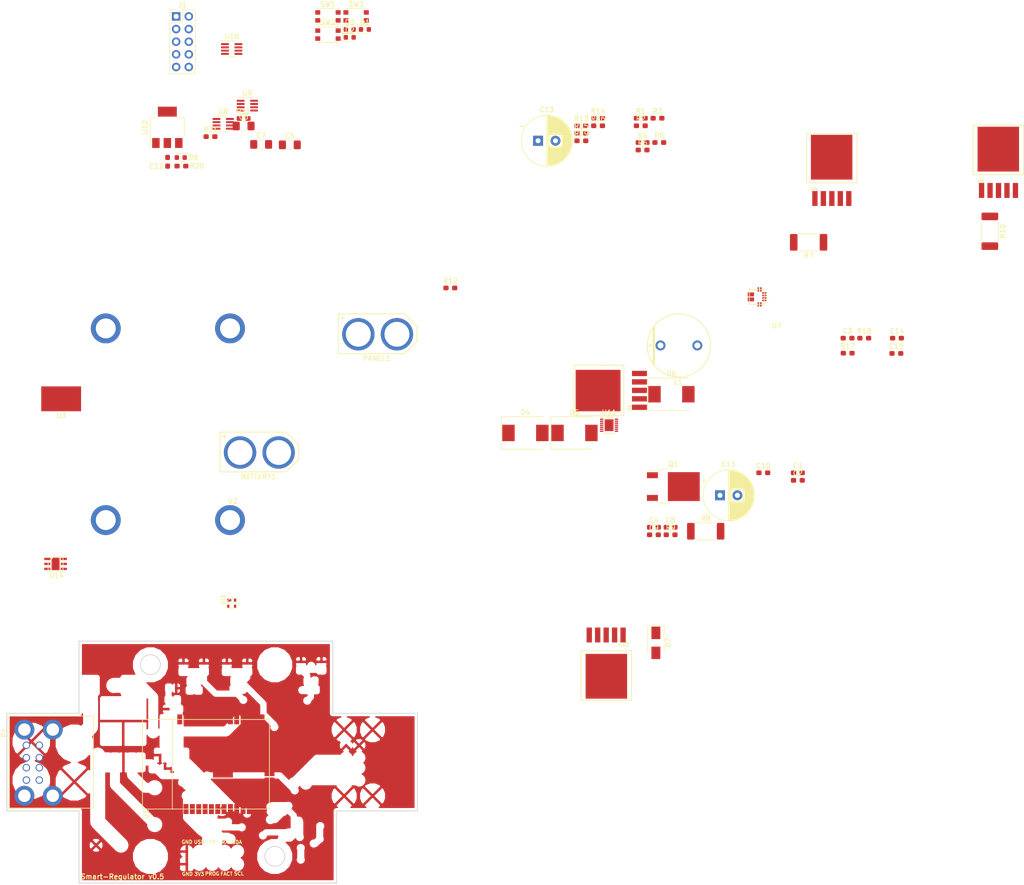
<source format=kicad_pcb>
(kicad_pcb (version 20171130) (host pcbnew 5.0.0-rc3-unknown-3df2743~65~ubuntu17.10.1)
  (layers (0 F.Cu signal) (31 B.Cu signal) (34 B.Paste user) (35 F.Paste user) (36 B.SilkS user) (37 F.SilkS user) (38 B.Mask user) (39 F.Mask user) (44 Edge.Cuts user))
  (net 0 "")
  (net 1 GND)
  (net 2 "Net-(D1-Pad1)")
  (net 3 "Net-(D2-Pad1)")
  (net 4 3V3)
  (net 5 "Net-(U1-Pad36)")
  (net 6 "Net-(U1-Pad23)")
  (net 7 "Net-(U1-Pad19)")
  (net 8 "Net-(U1-Pad20)")
  (net 9 "Net-(U1-Pad22)")
  (net 10 "Net-(U1-Pad21)")
  (net 11 "Net-(U1-Pad17)")
  (net 12 "Net-(U1-Pad18)")
  (net 13 "Net-(U1-Pad16)")
  (net 14 "Net-(U1-Pad37)")
  (net 15 "Net-(U1-Pad33)")
  (net 16 "Net-(U1-Pad26)")
  (net 17 "Net-(U1-Pad29)")
  (net 18 "Net-(U1-Pad10)")
  (net 19 "Net-(U1-Pad11)")
  (net 20 "Net-(U1-Pad12)")
  (net 21 "Net-(U1-Pad14)")
  (net 22 "Net-(U1-Pad6)")
  (net 23 "Net-(U1-Pad7)")
  (net 24 "Net-(U1-Pad9)")
  (net 25 "Net-(U1-Pad8)")
  (net 26 "Net-(U1-Pad4)")
  (net 27 "Net-(U1-Pad5)")
  (net 28 "Net-(D3-Pad1)")
  (net 29 /switches/BATTERY)
  (net 30 +3V3)
  (net 31 /Power/REG_POWER)
  (net 32 /Power/REG3_POST_CURR)
  (net 33 "Net-(C8-Pad2)")
  (net 34 "Net-(C9-Pad2)")
  (net 35 "Net-(C10-Pad2)")
  (net 36 /V_MAIN)
  (net 37 /Power/REG2_POST_CURR)
  (net 38 /Power/REG1_POST_CURR)
  (net 39 /V_USB)
  (net 40 /PROG)
  (net 41 /TXD)
  (net 42 /FACTORY)
  (net 43 /RXD)
  (net 44 /SCL)
  (net 45 /SDA)
  (net 46 "Net-(D7-Pad1)")
  (net 47 /switches/V_PANEL)
  (net 48 /PANEL_SW)
  (net 49 /I02)
  (net 50 /Power/REG2_PRE)
  (net 51 /Power/REG3_PRE)
  (net 52 "Net-(R9-Pad2)")
  (net 53 /Power/REG1_PRE)
  (net 54 /Power/OUT2)
  (net 55 /EN)
  (net 56 /POWER_EN)
  (net 57 "Net-(U4-Pad5)")
  (net 58 "Net-(U5-Pad5)")
  (net 59 /Power/OUT3)
  (net 60 "Net-(U6-Pad5)")
  (net 61 /Power/OUT1)
  (net 62 /Power/PANEL)
  (net 63 "Net-(U11-Pad13)")
  (net 64 "Net-(R17-Pad1)")
  (net 65 "Net-(U11-Pad5)")
  (net 66 "Net-(U11-Pad4)")
  (net 67 "Net-(R18-Pad1)")
  (net 68 "Net-(U11-Pad8)")
  (net 69 "Net-(D8-Pad1)")
  (net 70 /V_PANEL)
  (module open-automation:XT60 (layer F.Cu) (at 143.915 39.71)
    (fp_text reference BATTERY1 (at -0.17 4.84) (layer F.SilkS))
    (fp_text value CONN_01X02)
    (fp_text user + (at -7.04 -3.35) (layer F.SilkS))
    (pad 1 thru_hole circle (at -3.87 0) (size 6.5 6.5) (drill 5) (layers *.Cu *.Mask) (net 29 /switches/BATTERY))
    (pad 2 thru_hole circle (at 3.88 0) (size 6.5 6.5) (drill 5) (layers *.Cu *.Mask) (net 1 GND))
  )
  (module Diode_SMD:D_SMC (layer F.Cu) (at 197.335001 35.780001)
    (fp_text reference D4 (at 0 -4.1) (layer F.SilkS))
    (fp_text value D)
    (pad 1 smd rect (at -3.4 0 90) (size 3.3 2.5) (layers F.Cu F.Paste F.Mask) (net 36 /V_MAIN))
    (pad 2 smd rect (at 3.4 0 90) (size 3.3 2.5) (layers F.Cu F.Paste F.Mask) (net 37 /Power/REG2_POST_CURR))
  )
  (module Diode_SMD:D_SMC (layer F.Cu) (at 207.185001 35.780001)
    (fp_text reference D5 (at 0 -4.1) (layer F.SilkS))
    (fp_text value D)
    (pad 1 smd rect (at -3.4 0 90) (size 3.3 2.5) (layers F.Cu F.Paste F.Mask) (net 36 /V_MAIN))
    (pad 2 smd rect (at 3.4 0 90) (size 3.3 2.5) (layers F.Cu F.Paste F.Mask) (net 32 /Power/REG3_POST_CURR))
  )
  (module Diode_SMD:D_SMC (layer F.Cu) (at 226.655001 28.010001)
    (fp_text reference D6 (at 0 -4.1) (layer F.SilkS))
    (fp_text value D)
    (pad 2 smd rect (at 3.4 0 90) (size 3.3 2.5) (layers F.Cu F.Paste F.Mask) (net 38 /Power/REG1_POST_CURR))
    (pad 1 smd rect (at -3.4 0 90) (size 3.3 2.5) (layers F.Cu F.Paste F.Mask) (net 36 /V_MAIN))
  )
  (module open-automation:L-RAD-7.4mm (layer F.Cu) (at 228.155001 18.210001)
    (fp_text reference L1 (at -0.13 7.33) (layer F.SilkS))
    (fp_text value 47uH)
    (fp_text user + (at -5.77 -0.07) (layer F.SilkS))
    (pad 2 thru_hole circle (at 3.7 0) (size 2 2) (drill 1.2) (layers *.Cu *.Mask) (net 39 /V_USB))
    (pad 1 thru_hole circle (at -3.7 0) (size 2 2) (drill 1.2) (layers *.Cu *.Mask) (net 46 "Net-(D7-Pad1)"))
  )
  (module open-automation:USB_A_2 (layer F.Cu) (at 105.6 106.17 90)
    (fp_text reference P1 (at 10.15 -12.9 90) (layer F.SilkS))
    (fp_text value USB_A_2)
    (pad 7 thru_hole circle (at 10.8 -8.85 90) (size 4 4) (drill 2.5) (layers *.Cu *.Mask) (net 1 GND))
    (pad 7 thru_hole circle (at 10.8 -3.15 90) (size 4 4) (drill 2.5) (layers *.Cu *.Mask) (net 1 GND))
    (pad 7 thru_hole circle (at -2.5 -8.85 90) (size 4 4) (drill 2.5) (layers *.Cu *.Mask) (net 1 GND))
    (pad 7 thru_hole circle (at -2.5 -3.15 90) (size 4 4) (drill 2.5) (layers *.Cu *.Mask) (net 1 GND))
    (pad 2 thru_hole circle (at 0.65 -5.85 90) (size 1.5 1.5) (drill 1.1) (layers *.Cu *.Mask) (net 39 /V_USB))
    (pad 6 thru_hole circle (at 3.15 -5.85 90) (size 1.5 1.5) (drill 1.1) (layers *.Cu *.Mask) (net 43 /RXD))
    (pad 1 thru_hole circle (at 7.65 -5.85 90) (size 1.5 1.5) (drill 1.1) (layers *.Cu *.Mask) (net 1 GND))
    (pad 5 thru_hole circle (at 5.15 -5.85 90) (size 1.5 1.5) (drill 1.1) (layers *.Cu *.Mask) (net 41 /TXD))
    (pad 1 thru_hole circle (at 7.65 -8.45 90) (size 1.5 1.5) (drill 1.1) (layers *.Cu *.Mask) (net 1 GND))
    (pad 3 thru_hole circle (at 5.15 -8.45 90) (size 1.5 1.5) (drill 1.1) (layers *.Cu *.Mask) (net 41 /TXD))
    (pad 4 thru_hole circle (at 3.15 -8.45 90) (size 1.5 1.5) (drill 1.1) (layers *.Cu *.Mask) (net 43 /RXD))
    (pad 2 thru_hole circle (at 0.65 -8.45 90) (size 1.5 1.5) (drill 1.1) (layers *.Cu *.Mask) (net 39 /V_USB))
  )
  (module open-automation:XT60 (layer F.Cu) (at 167.665001 15.960001)
    (fp_text reference PANEL1 (at -0.17 4.84) (layer F.SilkS))
    (fp_text value CONN_01X02)
    (fp_text user + (at -7.04 -3.35) (layer F.SilkS))
    (pad 2 thru_hole circle (at 3.88 0) (size 6.5 6.5) (drill 5) (layers *.Cu *.Mask) (net 1 GND))
    (pad 1 thru_hole circle (at -3.87 0) (size 6.5 6.5) (drill 5) (layers *.Cu *.Mask) (net 47 /switches/V_PANEL))
  )
  (module open-automation:ESP-WROOM-32 (layer F.Cu) (at 129.1932 111.33612 90)
    (fp_text reference U1 (at -1.02968 -8.03132 90) (layer F.SilkS))
    (fp_text value ESP-WROOM-32)
    (pad 3 smd rect (at 0 1.27 90) (size 2 1) (layers F.Cu F.Paste F.Mask) (net 55 /EN))
    (pad 36 smd rect (at 18.034 1.298 90) (size 2 1) (layers F.Cu F.Paste F.Mask) (net 5 "Net-(U1-Pad36)"))
    (pad 23 smd rect (at 13.462 16.764 90) (size 1 2) (layers F.Cu F.Paste F.Mask) (net 6 "Net-(U1-Pad23)"))
    (pad 24 smd rect (at 14.732 16.764 90) (size 1 2) (layers F.Cu F.Paste F.Mask) (net 49 /I02))
    (pad 19 smd rect (at 8.382 16.764 90) (size 1 2) (layers F.Cu F.Paste F.Mask) (net 7 "Net-(U1-Pad19)"))
    (pad 20 smd rect (at 9.652 16.764 90) (size 1 2) (layers F.Cu F.Paste F.Mask) (net 8 "Net-(U1-Pad20)"))
    (pad 22 smd rect (at 12.192 16.764 90) (size 1 2) (layers F.Cu F.Paste F.Mask) (net 9 "Net-(U1-Pad22)"))
    (pad 21 smd rect (at 10.922 16.764 90) (size 1 2) (layers F.Cu F.Paste F.Mask) (net 10 "Net-(U1-Pad21)"))
    (pad 17 smd rect (at 5.842 16.764 90) (size 1 2) (layers F.Cu F.Paste F.Mask) (net 11 "Net-(U1-Pad17)"))
    (pad 18 smd rect (at 7.112 16.764 90) (size 1 2) (layers F.Cu F.Paste F.Mask) (net 12 "Net-(U1-Pad18)"))
    (pad 16 smd rect (at 4.572 16.764 90) (size 1 2) (layers F.Cu F.Paste F.Mask) (net 13 "Net-(U1-Pad16)"))
    (pad 1 smd rect (at 3.302 16.764 90) (size 1 2) (layers F.Cu F.Paste F.Mask) (net 1 GND) (clearance 0.1))
    (pad 1 smd rect (at 18.018 -1.25 90) (size 2 1) (layers F.Cu F.Paste F.Mask) (net 1 GND) (clearance 0.1))
    (pad 37 smd rect (at 18.034 0.028 90) (size 2 1) (layers F.Cu F.Paste F.Mask) (net 14 "Net-(U1-Pad37)"))
    (pad 34 smd rect (at 18.034 3.838 90) (size 2 1) (layers F.Cu F.Paste F.Mask) (net 43 /RXD))
    (pad 35 smd rect (at 18.018 2.56 90) (size 2 1) (layers F.Cu F.Paste F.Mask) (net 41 /TXD))
    (pad 31 smd rect (at 18.018 7.64 90) (size 2 1) (layers F.Cu F.Paste F.Mask) (net 44 /SCL))
    (pad 30 smd rect (at 18.034 8.918 90) (size 2 1) (layers F.Cu F.Paste F.Mask) (net 45 /SDA))
    (pad 32 smd rect (at 18.034 6.378 90) (size 2 1) (layers F.Cu F.Paste F.Mask))
    (pad 33 smd rect (at 18.018 5.1 90) (size 2 1) (layers F.Cu F.Paste F.Mask) (net 15 "Net-(U1-Pad33)"))
    (pad 25 smd rect (at 18.018 15.26 90) (size 2 1) (layers F.Cu F.Paste F.Mask) (net 40 /PROG))
    (pad 27 smd rect (at 18.018 12.72 90) (size 2 1) (layers F.Cu F.Paste F.Mask) (net 48 /PANEL_SW))
    (pad 26 smd rect (at 18.034 13.998 90) (size 2 1) (layers F.Cu F.Paste F.Mask) (net 16 "Net-(U1-Pad26)"))
    (pad 28 smd rect (at 18.034 11.458 90) (size 2 1) (layers F.Cu F.Paste F.Mask) (net 56 /POWER_EN))
    (pad 29 smd rect (at 18.018 10.18 90) (size 2 1) (layers F.Cu F.Paste F.Mask) (net 17 "Net-(U1-Pad29)"))
    (pad 10 smd rect (at -0.016 10.18 90) (size 2 1) (layers F.Cu F.Paste F.Mask) (net 18 "Net-(U1-Pad10)"))
    (pad 11 smd rect (at 0 11.458 90) (size 2 1) (layers F.Cu F.Paste F.Mask) (net 19 "Net-(U1-Pad11)"))
    (pad 13 smd rect (at 0 13.998 90) (size 2 1) (layers F.Cu F.Paste F.Mask) (net 42 /FACTORY))
    (pad 12 smd rect (at -0.016 12.72 90) (size 2 1) (layers F.Cu F.Paste F.Mask) (net 20 "Net-(U1-Pad12)"))
    (pad 14 smd rect (at -0.016 15.26 90) (size 2 1) (layers F.Cu F.Paste F.Mask) (net 21 "Net-(U1-Pad14)"))
    (pad 6 smd rect (at -0.016 5.1 90) (size 2 1) (layers F.Cu F.Paste F.Mask) (net 22 "Net-(U1-Pad6)"))
    (pad 7 smd rect (at 0 6.378 90) (size 2 1) (layers F.Cu F.Paste F.Mask) (net 23 "Net-(U1-Pad7)"))
    (pad 9 smd rect (at 0 8.918 90) (size 2 1) (layers F.Cu F.Paste F.Mask) (net 24 "Net-(U1-Pad9)"))
    (pad 8 smd rect (at -0.016 7.64 90) (size 2 1) (layers F.Cu F.Paste F.Mask) (net 25 "Net-(U1-Pad8)"))
    (pad 4 smd rect (at -0.016 2.56 90) (size 2 1) (layers F.Cu F.Paste F.Mask) (net 26 "Net-(U1-Pad4)"))
    (pad 5 smd rect (at 0 3.838 90) (size 2 1) (layers F.Cu F.Paste F.Mask) (net 27 "Net-(U1-Pad5)"))
    (pad 2 smd rect (at 0 0 90) (size 2 1) (layers F.Cu F.Paste F.Mask) (net 4 3V3))
    (pad 1 smd rect (at 0 -1.27 90) (size 2 1) (layers F.Cu F.Paste F.Mask) (net 1 GND) (clearance 0.1))
    (pad 1 smd rect (at 8.32612 7.4168 90) (size 4 4) (layers F.Cu F.Paste F.Mask) (net 1 GND))
  )
  (module open-automation:enclosure-25x38 (layer F.Cu) (at 113.14 14.735)
    (fp_text reference U2 (at 25.45 34.7) (layer F.SilkS))
    (fp_text value housing-mounts)
    (pad "" np_thru_hole circle (at -0.05 0.05) (size 6 6) (drill 4) (layers *.Cu *.Mask))
    (pad "" np_thru_hole circle (at 24.9 0.05) (size 6 6) (drill 4) (layers *.Cu *.Mask))
    (pad "" np_thru_hole circle (at 24.9 38.55) (size 6 6) (drill 4) (layers *.Cu *.Mask))
    (pad "" np_thru_hole circle (at -0.05 38.55) (size 6 6) (drill 4) (layers *.Cu *.Mask))
  )
  (module open-automation:touch-pad (layer F.Cu) (at 104.13 28.93)
    (fp_text reference U3 (at -0.01 3.31) (layer F.SilkS))
    (fp_text value touchpad)
    (pad 1 smd rect (at 0 0) (size 8 5) (layers F.Cu F.Paste F.Mask))
  )
  (module open-automation:Regulator-LM2576 (layer F.Cu) (at 258.36 -17.96 270)
    (fp_text reference U4 (at 4.722 3.046) (layer F.SilkS) (effects (font (size 0.7 0.7))))
    (fp_text value LM2576)
    (pad 3 smd rect (at -1.65 -0.46 270) (size 9 8.33) (layers F.Cu F.Paste F.Mask) (net 1 GND))
    (pad 1 smd rect (at 6.65 2.9 270) (size 3 1.07) (layers F.Cu F.Paste F.Mask) (net 31 /Power/REG_POWER))
    (pad 3 smd rect (at 6.65 -0.5 270) (size 3 1.07) (layers F.Cu F.Paste F.Mask) (net 1 GND))
    (pad 2 smd rect (at 6.65 1.2 270) (size 3 1.07) (layers F.Cu F.Paste F.Mask) (net 50 /Power/REG2_PRE))
    (pad 4 smd rect (at 6.65 -2.2 270) (size 3 1.07) (layers F.Cu F.Paste F.Mask) (net 54 /Power/OUT2))
    (pad 5 smd rect (at 6.65 -3.9 270) (size 3 1.07) (layers F.Cu F.Paste F.Mask) (net 57 "Net-(U4-Pad5)"))
  )
  (module open-automation:Regulator-LM2576 (layer F.Cu) (at 213.585001 27.730001)
    (fp_text reference U5 (at 4.722 3.046 90) (layer F.SilkS) (effects (font (size 0.7 0.7))))
    (fp_text value LM2576)
    (pad 5 smd rect (at 6.65 -3.9) (size 3 1.07) (layers F.Cu F.Paste F.Mask) (net 58 "Net-(U5-Pad5)"))
    (pad 4 smd rect (at 6.65 -2.2) (size 3 1.07) (layers F.Cu F.Paste F.Mask) (net 59 /Power/OUT3))
    (pad 2 smd rect (at 6.65 1.2) (size 3 1.07) (layers F.Cu F.Paste F.Mask) (net 51 /Power/REG3_PRE))
    (pad 3 smd rect (at 6.65 -0.5) (size 3 1.07) (layers F.Cu F.Paste F.Mask) (net 1 GND))
    (pad 1 smd rect (at 6.65 2.9) (size 3 1.07) (layers F.Cu F.Paste F.Mask) (net 31 /Power/REG_POWER))
    (pad 3 smd rect (at -1.65 -0.46) (size 9 8.33) (layers F.Cu F.Paste F.Mask) (net 1 GND))
  )
  (module open-automation:Regulator-LM2576 (layer F.Cu) (at 291.82 -19.58 270)
    (fp_text reference U6 (at 4.722 3.046) (layer F.SilkS) (effects (font (size 0.7 0.7))))
    (fp_text value LM2576)
    (pad 5 smd rect (at 6.65 -3.9 270) (size 3 1.07) (layers F.Cu F.Paste F.Mask) (net 60 "Net-(U6-Pad5)"))
    (pad 4 smd rect (at 6.65 -2.2 270) (size 3 1.07) (layers F.Cu F.Paste F.Mask) (net 61 /Power/OUT1))
    (pad 2 smd rect (at 6.65 1.2 270) (size 3 1.07) (layers F.Cu F.Paste F.Mask) (net 53 /Power/REG1_PRE))
    (pad 3 smd rect (at 6.65 -0.5 270) (size 3 1.07) (layers F.Cu F.Paste F.Mask) (net 1 GND))
    (pad 1 smd rect (at 6.65 2.9 270) (size 3 1.07) (layers F.Cu F.Paste F.Mask) (net 31 /Power/REG_POWER))
    (pad 3 smd rect (at -1.65 -0.46 270) (size 9 8.33) (layers F.Cu F.Paste F.Mask) (net 1 GND))
  )
  (module open-automation:ACS711 (layer F.Cu) (at 243.41 8.16)
    (fp_text reference U7 (at 4.4 6.1) (layer F.SilkS))
    (fp_text value ACS712ELCTR-05B-T_NRND)
    (pad 10 smd rect (at 1.9 -0.5) (size 0.85 0.3) (layers F.Cu F.Paste F.Mask))
    (pad 9 smd rect (at 1.9 0) (size 0.85 0.3) (layers F.Cu F.Paste F.Mask))
    (pad 8 smd rect (at 1.9 0.5) (size 0.85 0.3) (layers F.Cu F.Paste F.Mask))
    (pad 7 smd rect (at 1.9 1) (size 0.85 0.3) (layers F.Cu F.Paste F.Mask))
    (pad 11 smd rect (at 1.2 -1.2 90) (size 0.85 0.3) (layers F.Cu F.Paste F.Mask) (net 31 /Power/REG_POWER))
    (pad 12 smd rect (at 0.7 -1.2 90) (size 0.85 0.3) (layers F.Cu F.Paste F.Mask) (net 30 +3V3))
    (pad 6 smd rect (at 1.2 1.8 90) (size 0.85 0.3) (layers F.Cu F.Paste F.Mask) (net 52 "Net-(R9-Pad2)"))
    (pad 5 smd rect (at 0.7 1.8 90) (size 0.85 0.3) (layers F.Cu F.Paste F.Mask) (net 1 GND))
    (pad 3 smd rect (at -0.8 0.8) (size 1.27 0.8) (layers F.Cu F.Paste F.Mask) (net 31 /Power/REG_POWER))
    (pad 1 smd rect (at -0.8 -0.2) (size 1.27 0.8) (layers F.Cu F.Paste F.Mask) (net 62 /Power/PANEL))
  )
  (module Package_DFN_QFN:DFN-14-1EP_3x3mm_P0.4mm_EP1.78x2.35mm (layer F.Cu) (at 214.135001 34.230001)
    (fp_text reference U11 (at 0 -2.55) (layer F.SilkS))
    (fp_text value DAC)
    (pad 14 smd rect (at 1.475 -1.2) (size 0.7 0.25) (layers F.Cu F.Paste F.Mask) (net 59 /Power/OUT3))
    (pad 13 smd rect (at 1.475 -0.8) (size 0.7 0.25) (layers F.Cu F.Paste F.Mask) (net 63 "Net-(U11-Pad13)"))
    (pad 12 smd rect (at 1.475 -0.4) (size 0.7 0.25) (layers F.Cu F.Paste F.Mask) (net 54 /Power/OUT2))
    (pad 11 smd rect (at 1.475 0) (size 0.7 0.25) (layers F.Cu F.Paste F.Mask) (net 1 GND))
    (pad 10 smd rect (at 1.475 0.4) (size 0.7 0.25) (layers F.Cu F.Paste F.Mask) (net 61 /Power/OUT1))
    (pad 9 smd rect (at 1.475 0.8) (size 0.7 0.25) (layers F.Cu F.Paste F.Mask) (net 1 GND))
    (pad 6 smd rect (at -1.475 0.8) (size 0.7 0.25) (layers F.Cu F.Paste F.Mask) (net 64 "Net-(R17-Pad1)"))
    (pad 5 smd rect (at -1.475 0.4) (size 0.7 0.25) (layers F.Cu F.Paste F.Mask) (net 65 "Net-(U11-Pad5)"))
    (pad 4 smd rect (at -1.475 0) (size 0.7 0.25) (layers F.Cu F.Paste F.Mask) (net 66 "Net-(U11-Pad4)"))
    (pad 3 smd rect (at -1.475 -0.4) (size 0.7 0.25) (layers F.Cu F.Paste F.Mask) (net 1 GND))
    (pad 2 smd rect (at -1.475 -0.8) (size 0.7 0.25) (layers F.Cu F.Paste F.Mask) (net 44 /SCL))
    (pad 1 smd rect (at -1.475 -1.2) (size 0.7 0.25) (layers F.Cu F.Paste F.Mask) (net 45 /SDA))
    (pad 7 smd rect (at -1.475 1.2) (size 0.7 0.25) (layers F.Cu F.Paste F.Mask) (net 67 "Net-(R18-Pad1)"))
    (pad 8 smd rect (at 1.475 1.2) (size 0.7 0.25) (layers F.Cu F.Paste F.Mask) (net 68 "Net-(U11-Pad8)"))
    (pad 15 smd rect (at 0 0) (size 1.78 2.35) (layers F.Cu F.Mask))
  )
  (module open-automation:Regulator-LM2576 (layer F.Cu) (at 214.05 83.02 90)
    (fp_text reference U13 (at 4.722 3.046 180) (layer F.SilkS) (effects (font (size 0.7 0.7))))
    (fp_text value LM2576)
    (pad 3 smd rect (at -1.65 -0.46 90) (size 9 8.33) (layers F.Cu F.Paste F.Mask) (net 1 GND))
    (pad 1 smd rect (at 6.65 2.9 90) (size 3 1.07) (layers F.Cu F.Paste F.Mask) (net 36 /V_MAIN))
    (pad 3 smd rect (at 6.65 -0.5 90) (size 3 1.07) (layers F.Cu F.Paste F.Mask) (net 1 GND))
    (pad 2 smd rect (at 6.65 1.2 90) (size 3 1.07) (layers F.Cu F.Paste F.Mask) (net 46 "Net-(D7-Pad1)"))
    (pad 4 smd rect (at 6.65 -2.2 90) (size 3 1.07) (layers F.Cu F.Paste F.Mask) (net 39 /V_USB))
    (pad 5 smd rect (at 6.65 -3.9 90) (size 3 1.07) (layers F.Cu F.Paste F.Mask) (net 56 /POWER_EN))
  )
  (module open-automation:SI7020-A20 (layer F.Cu) (at 103.04 62.085)
    (fp_text reference U14 (at 0.15 2.37) (layer F.SilkS))
    (fp_text value SI7006-A20)
    (pad 1 smd rect (at -1.68 -1) (size 1.25 0.45) (layers F.Cu F.Paste F.Mask) (net 45 /SDA))
    (pad 2 smd rect (at -1.68 0) (size 1.25 0.45) (layers F.Cu F.Paste F.Mask) (net 1 GND))
    (pad 3 smd rect (at -1.68 1) (size 1.25 0.45) (layers F.Cu F.Paste F.Mask))
    (pad 5 smd rect (at 1.62 0) (size 1.25 0.45) (layers F.Cu F.Paste F.Mask) (net 4 3V3))
    (pad 6 smd rect (at 1.62 -1) (size 1.25 0.45) (layers F.Cu F.Paste F.Mask) (net 44 /SCL))
    (pad 4 smd rect (at 1.62 1) (size 1.25 0.45) (layers F.Cu F.Paste F.Mask))
    (pad 2 smd rect (at -0.03 0) (size 1.6 2.5) (layers F.Cu F.Paste F.Mask) (net 1 GND))
  )
  (module open-automation:LIGHT-SENSOR-TSL45315CL (layer F.Cu) (at 137.69 69.385)
    (fp_text reference U15 (at -1.05 -0.1 270) (layer F.SilkS) (effects (font (size 0.7 0.7))))
    (fp_text value TSL45315CL)
    (pad 1 smd rect (at 0 0) (size 0.45 0.6) (layers F.Cu F.Paste F.Mask) (net 4 3V3))
    (pad 4 smd rect (at 1.35 0) (size 0.45 0.6) (layers F.Cu F.Paste F.Mask) (net 44 /SCL))
    (pad 3 smd rect (at 1.35 1.2) (size 0.45 0.6) (layers F.Cu F.Paste F.Mask) (net 45 /SDA))
    (pad 2 smd rect (at 0 1.2) (size 0.45 0.6) (layers F.Cu F.Paste F.Mask) (net 1 GND))
    (pad 1 smd rect (at 0.3 0 90) (size 0.45 0.6) (layers F.Cu F.Paste F.Mask) (net 4 3V3))
  )
  (module Resistor_SMD:R_0603_1608Metric_Pad1.05x0.95mm_HandSolder (layer F.Cu) (at 182.265 6.66)
    (fp_text reference R12 (at 0 -1.43) (layer F.SilkS))
    (fp_text value R_10k)
    (pad 1 smd roundrect (at -0.875 0) (size 1.05 0.95) (layers F.Cu F.Paste F.Mask) (net 54 /Power/OUT2))
    (pad 2 smd roundrect (at 0.875 0) (size 1.05 0.95) (layers F.Cu F.Paste F.Mask) (net 1 GND))
  )
  (module Capacitor_SMD:C_0603_1608Metric_Pad1.05x0.95mm_HandSolder (layer F.Cu) (at 125.5 -18.69 270)
    (fp_text reference C12 (at 0.94 2.23 180) (layer F.SilkS))
    (fp_text value 4.7uF)
    (pad 1 smd roundrect (at -0.875 0 270) (size 1.05 0.95) (layers F.Cu F.Paste F.Mask) (net 4 3V3))
    (pad 2 smd roundrect (at 0.875 0 270) (size 1.05 0.95) (layers F.Cu F.Paste F.Mask) (net 1 GND))
  )
  (module Capacitor_THT:CP_Radial_D10.0mm_P3.50mm (layer F.Cu) (at 199.879647 -22.914999)
    (fp_text reference C13 (at 1.75 -6.25) (layer F.SilkS))
    (fp_text value 1000uF)
    (pad 1 thru_hole rect (at 0 0) (size 2 2) (drill 1) (layers *.Cu *.Mask) (net 39 /V_USB))
    (pad 2 thru_hole circle (at 3.5 0) (size 2 2) (drill 1) (layers *.Cu *.Mask) (net 1 GND))
  )
  (module Resistor_SMD:R_0603_1608Metric_Pad1.05x0.95mm_HandSolder (layer F.Cu) (at 220.505001 -27.434999)
    (fp_text reference R1 (at 0 -1.43) (layer F.SilkS))
    (fp_text value R_10k)
    (pad 2 smd roundrect (at 0.875 0) (size 1.05 0.95) (layers F.Cu F.Paste F.Mask) (net 4 3V3))
    (pad 1 smd roundrect (at -0.875 0) (size 1.05 0.95) (layers F.Cu F.Paste F.Mask) (net 45 /SDA))
  )
  (module Resistor_SMD:R_0603_1608Metric_Pad1.05x0.95mm_HandSolder (layer F.Cu) (at 220.505001 -25.924999)
    (fp_text reference R2 (at 0 -1.43) (layer F.SilkS))
    (fp_text value R_10k)
    (pad 2 smd roundrect (at 0.875 0) (size 1.05 0.95) (layers F.Cu F.Paste F.Mask) (net 4 3V3))
    (pad 1 smd roundrect (at -0.875 0) (size 1.05 0.95) (layers F.Cu F.Paste F.Mask) (net 44 /SCL))
  )
  (module Resistor_SMD:R_0603_1608Metric_Pad1.05x0.95mm_HandSolder (layer F.Cu) (at 223.855001 -27.434999)
    (fp_text reference R3 (at 0 -1.43) (layer F.SilkS))
    (fp_text value R_10k)
    (pad 1 smd roundrect (at -0.875 0) (size 1.05 0.95) (layers F.Cu F.Paste F.Mask) (net 1 GND))
    (pad 2 smd roundrect (at 0.875 0) (size 1.05 0.95) (layers F.Cu F.Paste F.Mask) (net 49 /I02))
  )
  (module Resistor_SMD:R_0603_1608Metric_Pad1.05x0.95mm_HandSolder (layer F.Cu) (at 208.575001 -25.924999)
    (fp_text reference R13 (at 0 -1.43) (layer F.SilkS))
    (fp_text value R_10k)
    (pad 2 smd roundrect (at 0.875 0) (size 1.05 0.95) (layers F.Cu F.Paste F.Mask) (net 59 /Power/OUT3))
    (pad 1 smd roundrect (at -0.875 0) (size 1.05 0.95) (layers F.Cu F.Paste F.Mask) (net 32 /Power/REG3_POST_CURR))
  )
  (module Resistor_SMD:R_0603_1608Metric_Pad1.05x0.95mm_HandSolder (layer F.Cu) (at 211.925001 -27.434999)
    (fp_text reference R14 (at 0 -1.43) (layer F.SilkS))
    (fp_text value R_10k)
    (pad 1 smd roundrect (at -0.875 0) (size 1.05 0.95) (layers F.Cu F.Paste F.Mask) (net 59 /Power/OUT3))
    (pad 2 smd roundrect (at 0.875 0) (size 1.05 0.95) (layers F.Cu F.Paste F.Mask) (net 1 GND))
  )
  (module Resistor_SMD:R_0603_1608Metric_Pad1.05x0.95mm_HandSolder (layer F.Cu) (at 208.575001 -24.414999)
    (fp_text reference R15 (at 0 -1.43) (layer F.SilkS))
    (fp_text value R_10k)
    (pad 1 smd roundrect (at -0.875 0) (size 1.05 0.95) (layers F.Cu F.Paste F.Mask) (net 38 /Power/REG1_POST_CURR))
    (pad 2 smd roundrect (at 0.875 0) (size 1.05 0.95) (layers F.Cu F.Paste F.Mask) (net 61 /Power/OUT1))
  )
  (module Resistor_SMD:R_0603_1608Metric_Pad1.05x0.95mm_HandSolder (layer F.Cu) (at 211.925001 -25.924999)
    (fp_text reference R16 (at 0 -1.43) (layer F.SilkS))
    (fp_text value R_10k)
    (pad 2 smd roundrect (at 0.875 0) (size 1.05 0.95) (layers F.Cu F.Paste F.Mask) (net 1 GND))
    (pad 1 smd roundrect (at -0.875 0) (size 1.05 0.95) (layers F.Cu F.Paste F.Mask) (net 61 /Power/OUT1))
  )
  (module Resistor_SMD:R_0603_1608Metric_Pad1.05x0.95mm_HandSolder (layer F.Cu) (at 208.575001 -22.904999)
    (fp_text reference R19 (at 0 -1.43) (layer F.SilkS))
    (fp_text value R_10k)
    (pad 1 smd roundrect (at -0.875 0) (size 1.05 0.95) (layers F.Cu F.Paste F.Mask) (net 56 /POWER_EN))
    (pad 2 smd roundrect (at 0.875 0) (size 1.05 0.95) (layers F.Cu F.Paste F.Mask) (net 1 GND))
  )
  (module Resistor_SMD:R_0603_1608Metric_Pad1.05x0.95mm_HandSolder (layer F.Cu) (at 128.275 -17.83 180)
    (fp_text reference R20 (at -3.14 0.02 180) (layer F.SilkS))
    (fp_text value R_10k)
    (pad 1 smd roundrect (at -0.875 0 180) (size 1.05 0.95) (layers F.Cu F.Paste F.Mask) (net 69 "Net-(D8-Pad1)"))
    (pad 2 smd roundrect (at 0.875 0 180) (size 1.05 0.95) (layers F.Cu F.Paste F.Mask) (net 1 GND))
  )
  (module Resistor_SMD:R_0603_1608Metric_Pad1.05x0.95mm_HandSolder (layer F.Cu) (at 220.865001 -22.559999)
    (fp_text reference R4 (at 0 -1.43) (layer F.SilkS))
    (fp_text value R_10k)
    (pad 2 smd roundrect (at 0.875 0) (size 1.05 0.95) (layers F.Cu F.Paste F.Mask) (net 42 /FACTORY))
    (pad 1 smd roundrect (at -0.875 0) (size 1.05 0.95) (layers F.Cu F.Paste F.Mask) (net 2 "Net-(D1-Pad1)"))
  )
  (module Resistor_SMD:R_0603_1608Metric_Pad1.05x0.95mm_HandSolder (layer F.Cu) (at 220.865001 -21.049999)
    (fp_text reference R5 (at 0 -1.43) (layer F.SilkS))
    (fp_text value R_10k)
    (pad 1 smd roundrect (at -0.875 0) (size 1.05 0.95) (layers F.Cu F.Paste F.Mask) (net 3 "Net-(D2-Pad1)"))
    (pad 2 smd roundrect (at 0.875 0) (size 1.05 0.95) (layers F.Cu F.Paste F.Mask) (net 55 /EN))
  )
  (module Resistor_SMD:R_0603_1608Metric_Pad1.05x0.95mm_HandSolder (layer F.Cu) (at 224.215001 -22.559999)
    (fp_text reference R6 (at 0 -1.43) (layer F.SilkS))
    (fp_text value R_10k)
    (pad 1 smd roundrect (at -0.875 0) (size 1.05 0.95) (layers F.Cu F.Paste F.Mask) (net 28 "Net-(D3-Pad1)"))
    (pad 2 smd roundrect (at 0.875 0) (size 1.05 0.95) (layers F.Cu F.Paste F.Mask) (net 40 /PROG))
  )
  (module Capacitor_SMD:C_0603_1608Metric_Pad1.05x0.95mm_HandSolder (layer F.Cu) (at 252.040001 43.790001)
    (fp_text reference C1 (at 0 -1.43) (layer F.SilkS))
    (fp_text value C_10uF)
    (pad 1 smd roundrect (at -0.875 0) (size 1.05 0.95) (layers F.Cu F.Paste F.Mask) (net 4 3V3))
    (pad 2 smd roundrect (at 0.875 0) (size 1.05 0.95) (layers F.Cu F.Paste F.Mask) (net 1 GND))
  )
  (module Capacitor_SMD:C_0603_1608Metric_Pad1.05x0.95mm_HandSolder (layer F.Cu) (at 252.040001 45.300001)
    (fp_text reference C2 (at 0 -1.43) (layer F.SilkS))
    (fp_text value C_1uF)
    (pad 2 smd roundrect (at 0.875 0) (size 1.05 0.95) (layers F.Cu F.Paste F.Mask) (net 1 GND))
    (pad 1 smd roundrect (at -0.875 0) (size 1.05 0.95) (layers F.Cu F.Paste F.Mask) (net 4 3V3))
  )
  (module Capacitor_SMD:C_0603_1608Metric_Pad1.05x0.95mm_HandSolder (layer F.Cu) (at 223.140001 54.730001)
    (fp_text reference C4 (at 0 -1.43) (layer F.SilkS))
    (fp_text value C_10uF)
    (pad 1 smd roundrect (at -0.875 0) (size 1.05 0.95) (layers F.Cu F.Paste F.Mask) (net 31 /Power/REG_POWER))
    (pad 2 smd roundrect (at 0.875 0) (size 1.05 0.95) (layers F.Cu F.Paste F.Mask) (net 1 GND))
  )
  (module Capacitor_SMD:C_0603_1608Metric_Pad1.05x0.95mm_HandSolder (layer F.Cu) (at 226.490001 54.730001)
    (fp_text reference C8 (at 0 -1.43) (layer F.SilkS))
    (fp_text value C_0.1uF)
    (pad 1 smd roundrect (at -0.875 0) (size 1.05 0.95) (layers F.Cu F.Paste F.Mask) (net 1 GND))
    (pad 2 smd roundrect (at 0.875 0) (size 1.05 0.95) (layers F.Cu F.Paste F.Mask) (net 33 "Net-(C8-Pad2)"))
  )
  (module Capacitor_SMD:C_0603_1608Metric_Pad1.05x0.95mm_HandSolder (layer F.Cu) (at 223.140001 56.240001)
    (fp_text reference C9 (at 0 -1.43) (layer F.SilkS))
    (fp_text value C_0.1uF)
    (pad 2 smd roundrect (at 0.875 0) (size 1.05 0.95) (layers F.Cu F.Paste F.Mask) (net 34 "Net-(C9-Pad2)"))
    (pad 1 smd roundrect (at -0.875 0) (size 1.05 0.95) (layers F.Cu F.Paste F.Mask) (net 1 GND))
  )
  (module Capacitor_SMD:C_0603_1608Metric_Pad1.05x0.95mm_HandSolder (layer F.Cu) (at 245.100001 43.790001)
    (fp_text reference C10 (at 0 -1.43) (layer F.SilkS))
    (fp_text value C_0.1uF)
    (pad 2 smd roundrect (at 0.875 0) (size 1.05 0.95) (layers F.Cu F.Paste F.Mask) (net 35 "Net-(C10-Pad2)"))
    (pad 1 smd roundrect (at -0.875 0) (size 1.05 0.95) (layers F.Cu F.Paste F.Mask) (net 1 GND))
  )
  (module Capacitor_THT:CP_Radial_D10.0mm_P3.50mm (layer F.Cu) (at 236.404647 48.310001)
    (fp_text reference C11 (at 1.75 -6.25) (layer F.SilkS))
    (fp_text value 100uF)
    (pad 1 thru_hole rect (at 0 0) (size 2 2) (drill 1) (layers *.Cu *.Mask) (net 36 /V_MAIN))
    (pad 2 thru_hole circle (at 3.5 0) (size 2 2) (drill 1) (layers *.Cu *.Mask) (net 1 GND))
  )
  (module Package_TO_SOT_SMD:TO-252-2 (layer F.Cu) (at 227.040001 46.560001)
    (fp_text reference Q1 (at 0 -4.5) (layer F.SilkS))
    (fp_text value Q_NMOS_GSD_AOD4184A)
    (pad 1 smd rect (at -4.2 -2.28) (size 2.2 1.2) (layers F.Cu F.Paste F.Mask) (net 48 /PANEL_SW))
    (pad 3 smd rect (at -4.2 2.28) (size 2.2 1.2) (layers F.Cu F.Paste F.Mask) (net 36 /V_MAIN))
    (pad 2 smd rect (at 2.1 0) (size 6.4 5.8) (layers F.Cu F.Mask) (net 70 /V_PANEL))
  )
  (module Resistor_SMD:R_2512_6332Metric_Pad1.52x3.35mm_HandSolder (layer F.Cu) (at 254.1975 -2.51 180)
    (fp_text reference R7 (at 0 -2.62 180) (layer F.SilkS))
    (fp_text value R_10m)
    (pad 1 smd roundrect (at -2.9875 0 180) (size 1.525 3.35) (layers F.Cu F.Paste F.Mask) (roundrect_rratio 0.163934) (net 50 /Power/REG2_PRE))
    (pad 2 smd roundrect (at 2.9875 0 180) (size 1.525 3.35) (layers F.Cu F.Paste F.Mask) (roundrect_rratio 0.163934) (net 37 /Power/REG2_POST_CURR))
  )
  (module Resistor_SMD:R_2512_6332Metric_Pad1.52x3.35mm_HandSolder (layer F.Cu) (at 233.540001 55.530001)
    (fp_text reference R8 (at 0 -2.62) (layer F.SilkS))
    (fp_text value R_10m)
    (pad 1 smd roundrect (at -2.9875 0) (size 1.525 3.35) (layers F.Cu F.Paste F.Mask) (roundrect_rratio 0.163934) (net 51 /Power/REG3_PRE))
    (pad 2 smd roundrect (at 2.9875 0) (size 1.525 3.35) (layers F.Cu F.Paste F.Mask) (roundrect_rratio 0.163934) (net 32 /Power/REG3_POST_CURR))
  )
  (module Resistor_SMD:R_0603_1608Metric_Pad1.05x0.95mm_HandSolder (layer F.Cu) (at 226.490001 56.240001)
    (fp_text reference R9 (at 0 -1.43) (layer F.SilkS))
    (fp_text value R_1k)
    (pad 1 smd roundrect (at -0.875 0) (size 1.05 0.95) (layers F.Cu F.Paste F.Mask) (net 30 +3V3))
    (pad 2 smd roundrect (at 0.875 0) (size 1.05 0.95) (layers F.Cu F.Paste F.Mask) (net 52 "Net-(R9-Pad2)"))
  )
  (module Resistor_SMD:R_2512_6332Metric_Pad1.52x3.35mm_HandSolder (layer F.Cu) (at 290.58 -4.73 270)
    (fp_text reference R10 (at 0 -2.62 270) (layer F.SilkS))
    (fp_text value R_10m)
    (pad 2 smd roundrect (at 2.9875 0 270) (size 1.525 3.35) (layers F.Cu F.Paste F.Mask) (roundrect_rratio 0.163934) (net 38 /Power/REG1_POST_CURR))
    (pad 1 smd roundrect (at -2.9875 0 270) (size 1.525 3.35) (layers F.Cu F.Paste F.Mask) (roundrect_rratio 0.163934) (net 53 /Power/REG1_PRE))
  )
  (module Capacitor_SMD:C_0603_1608Metric_Pad1.05x0.95mm_HandSolder (layer F.Cu) (at 262.015001 16.740001)
    (fp_text reference C3 (at 0 -1.43) (layer F.SilkS))
    (fp_text value C_0.1uF)
    (pad 1 smd roundrect (at -0.875 0) (size 1.05 0.95) (layers F.Cu F.Paste F.Mask) (net 30 +3V3))
    (pad 2 smd roundrect (at 0.875 0) (size 1.05 0.95) (layers F.Cu F.Paste F.Mask) (net 1 GND))
  )
  (module Capacitor_SMD:C_0603_1608Metric_Pad1.05x0.95mm_HandSolder (layer F.Cu) (at 271.935001 16.740001)
    (fp_text reference C14 (at 0 -1.43) (layer F.SilkS))
    (fp_text value C_0.1uF)
    (pad 2 smd roundrect (at 0.875 0) (size 1.05 0.95) (layers F.Cu F.Paste F.Mask) (net 1 GND))
    (pad 1 smd roundrect (at -0.875 0) (size 1.05 0.95) (layers F.Cu F.Paste F.Mask) (net 4 3V3))
  )
  (module Capacitor_SMD:C_0603_1608Metric_Pad1.05x0.95mm_HandSolder (layer F.Cu) (at 271.815 19.81)
    (fp_text reference C15 (at 0 -1.43) (layer F.SilkS))
    (fp_text value C_0.1uF)
    (pad 1 smd roundrect (at -0.875 0) (size 1.05 0.95) (layers F.Cu F.Paste F.Mask) (net 4 3V3))
    (pad 2 smd roundrect (at 0.875 0) (size 1.05 0.95) (layers F.Cu F.Paste F.Mask) (net 1 GND))
  )
  (module Resistor_SMD:R_0603_1608Metric_Pad1.05x0.95mm_HandSolder (layer F.Cu) (at 262.04 19.76)
    (fp_text reference R17 (at 0 -1.43) (layer F.SilkS))
    (fp_text value R_1k)
    (pad 1 smd roundrect (at -0.875 0) (size 1.05 0.95) (layers F.Cu F.Paste F.Mask) (net 64 "Net-(R17-Pad1)"))
    (pad 2 smd roundrect (at 0.875 0) (size 1.05 0.95) (layers F.Cu F.Paste F.Mask) (net 1 GND))
  )
  (module Resistor_SMD:R_0603_1608Metric_Pad1.05x0.95mm_HandSolder (layer F.Cu) (at 265.365001 16.740001)
    (fp_text reference R18 (at 0 -1.43) (layer F.SilkS))
    (fp_text value R_1k)
    (pad 2 smd roundrect (at 0.875 0) (size 1.05 0.95) (layers F.Cu F.Paste F.Mask) (net 1 GND))
    (pad 1 smd roundrect (at -0.875 0) (size 1.05 0.95) (layers F.Cu F.Paste F.Mask) (net 67 "Net-(R18-Pad1)"))
  )
  (module LED_SMD:LED_0603_1608Metric_Pad0.88x0.95mm_HandSolder (layer F.Cu) (at 165.115001 -45.269999)
    (fp_text reference D1 (at 0 -1.43) (layer F.SilkS))
    (fp_text value LED-0603-R)
    (pad 1 smd roundrect (at -0.7875 0) (size 0.875 0.95) (layers F.Cu F.Paste F.Mask) (net 2 "Net-(D1-Pad1)"))
    (pad 2 smd roundrect (at 0.7875 0) (size 0.875 0.95) (layers F.Cu F.Paste F.Mask) (net 4 3V3))
  )
  (module LED_SMD:LED_0603_1608Metric_Pad0.88x0.95mm_HandSolder (layer F.Cu) (at 162.065001 -43.679999)
    (fp_text reference D2 (at 0 -1.43) (layer F.SilkS))
    (fp_text value LED-0603-R)
    (pad 2 smd roundrect (at 0.7875 0) (size 0.875 0.95) (layers F.Cu F.Paste F.Mask) (net 4 3V3))
    (pad 1 smd roundrect (at -0.7875 0) (size 0.875 0.95) (layers F.Cu F.Paste F.Mask) (net 3 "Net-(D2-Pad1)"))
  )
  (module LED_SMD:LED_0603_1608Metric_Pad0.88x0.95mm_HandSolder (layer F.Cu) (at 162.065001 -45.269999)
    (fp_text reference D3 (at 0 -1.43) (layer F.SilkS))
    (fp_text value LED-0603-R)
    (pad 2 smd roundrect (at 0.7875 0) (size 0.875 0.95) (layers F.Cu F.Paste F.Mask) (net 4 3V3))
    (pad 1 smd roundrect (at -0.7875 0) (size 0.875 0.95) (layers F.Cu F.Paste F.Mask) (net 28 "Net-(D3-Pad1)"))
  )
  (module Diode_SMD:D_SMA (layer F.Cu) (at 223.53 77.95 270)
    (fp_text reference D7 (at 0 -2.5 270) (layer F.SilkS))
    (fp_text value D_Schottky)
    (pad 1 smd rect (at -2 0 270) (size 2.5 1.8) (layers F.Cu F.Paste F.Mask) (net 46 "Net-(D7-Pad1)"))
    (pad 2 smd rect (at 2 0 270) (size 2.5 1.8) (layers F.Cu F.Paste F.Mask) (net 1 GND))
  )
  (module LED_SMD:LED_0603_1608Metric_Pad0.88x0.95mm_HandSolder (layer F.Cu) (at 128.1375 -19.54 180)
    (fp_text reference D8 (at -2.6225 0.04 180) (layer F.SilkS))
    (fp_text value LED)
    (pad 1 smd roundrect (at -0.7875 0 180) (size 0.875 0.95) (layers F.Cu F.Paste F.Mask) (net 69 "Net-(D8-Pad1)"))
    (pad 2 smd roundrect (at 0.7875 0 180) (size 0.875 0.95) (layers F.Cu F.Paste F.Mask) (net 4 3V3))
  )
  (module Connector_PinHeader_2.54mm:PinHeader_2x05_P2.54mm_Vertical (layer F.Cu) (at 127.215001 -47.889999)
    (fp_text reference J1 (at 1.27 -2.33) (layer F.SilkS))
    (fp_text value Conn_02x05_Odd_Even)
    (pad 1 thru_hole rect (at 0 0) (size 1.7 1.7) (drill 1) (layers *.Cu *.Mask) (net 1 GND))
    (pad 2 thru_hole oval (at 2.54 0) (size 1.7 1.7) (drill 1) (layers *.Cu *.Mask) (net 1 GND))
    (pad 3 thru_hole oval (at 0 2.54) (size 1.7 1.7) (drill 1) (layers *.Cu *.Mask) (net 4 3V3))
    (pad 4 thru_hole oval (at 2.54 2.54) (size 1.7 1.7) (drill 1) (layers *.Cu *.Mask) (net 39 /V_USB))
    (pad 5 thru_hole oval (at 0 5.08) (size 1.7 1.7) (drill 1) (layers *.Cu *.Mask) (net 40 /PROG))
    (pad 6 thru_hole oval (at 2.54 5.08) (size 1.7 1.7) (drill 1) (layers *.Cu *.Mask) (net 41 /TXD))
    (pad 7 thru_hole oval (at 0 7.62) (size 1.7 1.7) (drill 1) (layers *.Cu *.Mask) (net 42 /FACTORY))
    (pad 8 thru_hole oval (at 2.54 7.62) (size 1.7 1.7) (drill 1) (layers *.Cu *.Mask) (net 43 /RXD))
    (pad 9 thru_hole oval (at 0 10.16) (size 1.7 1.7) (drill 1) (layers *.Cu *.Mask) (net 44 /SCL))
    (pad 10 thru_hole oval (at 2.54 10.16) (size 1.7 1.7) (drill 1) (layers *.Cu *.Mask) (net 45 /SDA))
  )
  (module Resistor_SMD:R_0603_1608Metric_Pad1.05x0.95mm_HandSolder (layer F.Cu) (at 140.765001 -27.389999)
    (fp_text reference R11 (at 0 -1.43) (layer F.SilkS))
    (fp_text value R_10k)
    (pad 2 smd roundrect (at 0.875 0) (size 1.05 0.95) (layers F.Cu F.Paste F.Mask) (net 54 /Power/OUT2))
    (pad 1 smd roundrect (at -0.875 0) (size 1.05 0.95) (layers F.Cu F.Paste F.Mask) (net 37 /Power/REG2_POST_CURR))
  )
  (module Resistor_SMD:R_0603_1608Metric_Pad1.05x0.95mm_HandSolder (layer F.Cu) (at 134.115001 -23.739999)
    (fp_text reference R21 (at 0 -1.43) (layer F.SilkS))
    (fp_text value 1K)
    (pad 1 smd roundrect (at -0.875 0) (size 1.05 0.95) (layers F.Cu F.Paste F.Mask) (net 4 3V3))
    (pad 2 smd roundrect (at 0.875 0) (size 1.05 0.95) (layers F.Cu F.Paste F.Mask) (net 48 /PANEL_SW))
  )
  (module Button_Switch_SMD:SW_SPST_KMR2 (layer F.Cu) (at 157.695001 -47.889999)
    (fp_text reference SW1 (at 0 -2.45) (layer F.SilkS))
    (fp_text value SW_PUSH)
    (pad 2 smd rect (at 2.05 0.8 90) (size 0.9 1) (layers F.Cu F.Paste F.Mask) (net 1 GND))
    (pad 1 smd rect (at 2.05 -0.8 90) (size 0.9 1) (layers F.Cu F.Paste F.Mask) (net 42 /FACTORY))
    (pad 2 smd rect (at -2.05 0.8 90) (size 0.9 1) (layers F.Cu F.Paste F.Mask) (net 1 GND))
    (pad 1 smd rect (at -2.05 -0.8 90) (size 0.9 1) (layers F.Cu F.Paste F.Mask) (net 42 /FACTORY))
  )
  (module Button_Switch_SMD:SW_SPST_KMR2 (layer F.Cu) (at 157.695001 -44.239999)
    (fp_text reference SW2 (at 0 -2.45) (layer F.SilkS))
    (fp_text value SW_PUSH)
    (pad 1 smd rect (at -2.05 -0.8 90) (size 0.9 1) (layers F.Cu F.Paste F.Mask) (net 55 /EN))
    (pad 2 smd rect (at -2.05 0.8 90) (size 0.9 1) (layers F.Cu F.Paste F.Mask) (net 1 GND))
    (pad 1 smd rect (at 2.05 -0.8 90) (size 0.9 1) (layers F.Cu F.Paste F.Mask) (net 55 /EN))
    (pad 2 smd rect (at 2.05 0.8 90) (size 0.9 1) (layers F.Cu F.Paste F.Mask) (net 1 GND))
  )
  (module Button_Switch_SMD:SW_SPST_KMR2 (layer F.Cu) (at 163.345001 -47.889999)
    (fp_text reference SW3 (at 0 -2.45) (layer F.SilkS))
    (fp_text value SW_PUSH)
    (pad 1 smd rect (at -2.05 -0.8 90) (size 0.9 1) (layers F.Cu F.Paste F.Mask) (net 40 /PROG))
    (pad 2 smd rect (at -2.05 0.8 90) (size 0.9 1) (layers F.Cu F.Paste F.Mask) (net 1 GND))
    (pad 1 smd rect (at 2.05 -0.8 90) (size 0.9 1) (layers F.Cu F.Paste F.Mask) (net 40 /PROG))
    (pad 2 smd rect (at 2.05 0.8 90) (size 0.9 1) (layers F.Cu F.Paste F.Mask) (net 1 GND))
  )
  (module Package_TO_SOT_SMD:SOT-23-8_Handsoldering (layer F.Cu) (at 136.665001 -26.319999)
    (fp_text reference U8 (at 0 -2.5) (layer F.SilkS))
    (fp_text value Power-Monitor-INA219)
    (pad 8 smd rect (at 1.35 -0.98) (size 1.56 0.4) (layers F.Cu F.Paste F.Mask) (net 1 GND))
    (pad 7 smd rect (at 1.35 -0.33) (size 1.56 0.4) (layers F.Cu F.Paste F.Mask) (net 4 3V3))
    (pad 6 smd rect (at 1.35 0.33) (size 1.56 0.4) (layers F.Cu F.Paste F.Mask) (net 45 /SDA))
    (pad 5 smd rect (at 1.35 0.98) (size 1.56 0.4) (layers F.Cu F.Paste F.Mask) (net 44 /SCL))
    (pad 4 smd rect (at -1.35 0.98) (size 1.56 0.4) (layers F.Cu F.Paste F.Mask) (net 33 "Net-(C8-Pad2)"))
    (pad 3 smd rect (at -1.35 0.33) (size 1.56 0.4) (layers F.Cu F.Paste F.Mask) (net 1 GND))
    (pad 2 smd rect (at -1.35 -0.33) (size 1.56 0.4) (layers F.Cu F.Paste F.Mask) (net 38 /Power/REG1_POST_CURR))
    (pad 1 smd rect (at -1.35 -0.98) (size 1.56 0.4) (layers F.Cu F.Paste F.Mask) (net 53 /Power/REG1_PRE))
  )
  (module Package_TO_SOT_SMD:SOT-23-8_Handsoldering (layer F.Cu) (at 141.515001 -29.969999)
    (fp_text reference U9 (at 0 -2.5) (layer F.SilkS))
    (fp_text value Power-Monitor-INA219)
    (pad 1 smd rect (at -1.35 -0.98) (size 1.56 0.4) (layers F.Cu F.Paste F.Mask) (net 50 /Power/REG2_PRE))
    (pad 2 smd rect (at -1.35 -0.33) (size 1.56 0.4) (layers F.Cu F.Paste F.Mask) (net 37 /Power/REG2_POST_CURR))
    (pad 3 smd rect (at -1.35 0.33) (size 1.56 0.4) (layers F.Cu F.Paste F.Mask) (net 1 GND))
    (pad 4 smd rect (at -1.35 0.98) (size 1.56 0.4) (layers F.Cu F.Paste F.Mask) (net 34 "Net-(C9-Pad2)"))
    (pad 5 smd rect (at 1.35 0.98) (size 1.56 0.4) (layers F.Cu F.Paste F.Mask) (net 44 /SCL))
    (pad 6 smd rect (at 1.35 0.33) (size 1.56 0.4) (layers F.Cu F.Paste F.Mask) (net 45 /SDA))
    (pad 7 smd rect (at 1.35 -0.33) (size 1.56 0.4) (layers F.Cu F.Paste F.Mask) (net 4 3V3))
    (pad 8 smd rect (at 1.35 -0.98) (size 1.56 0.4) (layers F.Cu F.Paste F.Mask) (net 1 GND))
  )
  (module Package_TO_SOT_SMD:SOT-23-8_Handsoldering (layer F.Cu) (at 138.365 -41.345)
    (fp_text reference U10 (at 0 -2.5) (layer F.SilkS))
    (fp_text value Power-Monitor-INA219)
    (pad 1 smd rect (at -1.35 -0.98) (size 1.56 0.4) (layers F.Cu F.Paste F.Mask) (net 51 /Power/REG3_PRE))
    (pad 2 smd rect (at -1.35 -0.33) (size 1.56 0.4) (layers F.Cu F.Paste F.Mask) (net 32 /Power/REG3_POST_CURR))
    (pad 3 smd rect (at -1.35 0.33) (size 1.56 0.4) (layers F.Cu F.Paste F.Mask) (net 1 GND))
    (pad 4 smd rect (at -1.35 0.98) (size 1.56 0.4) (layers F.Cu F.Paste F.Mask) (net 35 "Net-(C10-Pad2)"))
    (pad 5 smd rect (at 1.35 0.98) (size 1.56 0.4) (layers F.Cu F.Paste F.Mask) (net 44 /SCL))
    (pad 6 smd rect (at 1.35 0.33) (size 1.56 0.4) (layers F.Cu F.Paste F.Mask) (net 45 /SDA))
    (pad 7 smd rect (at 1.35 -0.33) (size 1.56 0.4) (layers F.Cu F.Paste F.Mask) (net 4 3V3))
    (pad 8 smd rect (at 1.35 -0.98) (size 1.56 0.4) (layers F.Cu F.Paste F.Mask) (net 1 GND))
  )
  (module Package_TO_SOT_SMD:SOT-223 (layer F.Cu) (at 125.45 -25.61 90)
    (fp_text reference U12 (at 0 -4.5 90) (layer F.SilkS))
    (fp_text value ZLDO1117G33TA)
    (pad 4 smd rect (at 3.15 0 90) (size 2 3.8) (layers F.Cu F.Paste F.Mask))
    (pad 2 smd rect (at -3.15 0 90) (size 2 1.5) (layers F.Cu F.Paste F.Mask) (net 4 3V3))
    (pad 3 smd rect (at -3.15 2.3 90) (size 2 1.5) (layers F.Cu F.Paste F.Mask) (net 1 GND))
    (pad 1 smd rect (at -3.15 -2.3 90) (size 2 1.5) (layers F.Cu F.Paste F.Mask) (net 36 /V_MAIN))
  )
  (module Capacitor_SMD:C_1206_3216Metric_Pad1.42x1.75mm_HandSolder (layer F.Cu) (at 150.0425 -22.09)
    (fp_text reference C5 (at 0 -1.82) (layer F.SilkS))
    (fp_text value C_10uF)
    (pad 1 smd roundrect (at -1.4875 0) (size 1.425 1.75) (layers F.Cu F.Paste F.Mask) (roundrect_rratio 0.175439) (net 37 /Power/REG2_POST_CURR))
    (pad 2 smd roundrect (at 1.4875 0) (size 1.425 1.75) (layers F.Cu F.Paste F.Mask) (roundrect_rratio 0.175439) (net 1 GND))
  )
  (module Capacitor_SMD:C_1206_3216Metric_Pad1.42x1.75mm_HandSolder (layer F.Cu) (at 140.765001 -25.879999)
    (fp_text reference C6 (at 0 -1.82) (layer F.SilkS))
    (fp_text value C_10uF)
    (pad 1 smd roundrect (at -1.4875 0) (size 1.425 1.75) (layers F.Cu F.Paste F.Mask) (roundrect_rratio 0.175439) (net 32 /Power/REG3_POST_CURR))
    (pad 2 smd roundrect (at 1.4875 0) (size 1.425 1.75) (layers F.Cu F.Paste F.Mask) (roundrect_rratio 0.175439) (net 1 GND))
  )
  (module Capacitor_SMD:C_1206_3216Metric_Pad1.42x1.75mm_HandSolder (layer F.Cu) (at 144.2825 -22.18)
    (fp_text reference C7 (at 0 -1.82) (layer F.SilkS))
    (fp_text value C_10uF)
    (pad 2 smd roundrect (at 1.4875 0) (size 1.425 1.75) (layers F.Cu F.Paste F.Mask) (roundrect_rratio 0.175439) (net 1 GND))
    (pad 1 smd roundrect (at -1.4875 0) (size 1.425 1.75) (layers F.Cu F.Paste F.Mask) (roundrect_rratio 0.175439) (net 38 /Power/REG1_POST_CURR))
  )
  (gr_text GND (at 129.48 124.37) (layer F.SilkS) (effects (font (size 0.7 0.7))))
  (gr_text 3V3 (at 131.85 124.4) (layer F.SilkS) (effects (font (size 0.7 0.7))))
  (gr_text PROG (at 134.46 124.33) (layer F.SilkS) (effects (font (size 0.7 0.7))))
  (gr_text FACT (at 137.33 124.36) (layer F.SilkS) (effects (font (size 0.7 0.7))))
  (gr_text SCL (at 139.82 124.31) (layer F.SilkS) (effects (font (size 0.7 0.7))))
  (gr_text SDA (at 139.44 117.98) (layer F.SilkS) (effects (font (size 0.7 0.7))))
  (gr_text RX (at 137.03 118) (layer F.SilkS) (effects (font (size 0.7 0.7))))
  (gr_text TX (at 134.5 117.97) (layer F.SilkS) (effects (font (size 0.7 0.7))))
  (gr_text USB (at 131.85 117.95) (layer F.SilkS) (effects (font (size 0.7 0.7))))
  (gr_text GND (at 129.4 117.95) (layer F.SilkS) (effects (font (size 0.7 0.7))))
  (gr_text "Smart-Regulator v0.5" (at 124.92736 124.91212) (layer F.SilkS) (effects (font (size 1 1) (thickness 0.2)) (justify right)))
  (gr_line (start 107.718 77.609) (end 107.718 92.109) (layer Edge.Cuts) (width 0.15))
  (gr_line (start 93.218 111.709) (end 93.218 92.109) (layer Edge.Cuts) (width 0.15))
  (gr_line (start 107.718 111.709) (end 107.718 126.209) (layer Edge.Cuts) (width 0.15))
  (gr_line (start 107.718 92.109) (end 93.218 92.109) (layer Edge.Cuts) (width 0.15))
  (gr_line (start 93.218 111.709) (end 107.718 111.709) (layer Edge.Cuts) (width 0.15))
  (gr_circle (center 122.040013 82.334) (end 120.059619 82.634) (layer Edge.Cuts) (width 0.15))
  (gr_circle (center 147.040013 120.834) (end 145.059619 121.134) (layer Edge.Cuts) (width 0.15))
  (gr_line (start 107.718 77.609) (end 158.668 77.609) (layer Edge.Cuts) (width 0.15))
  (gr_line (start 159.418 126.209) (end 159.418 111.709) (layer Edge.Cuts) (width 0.15))
  (gr_line (start 175.668 92.109) (end 175.668 111.709) (layer Edge.Cuts) (width 0.15))
  (gr_line (start 159.418 111.709) (end 175.668 111.709) (layer Edge.Cuts) (width 0.15))
  (gr_line (start 175.668 92.109) (end 158.668 92.109) (layer Edge.Cuts) (width 0.15))
  (gr_line (start 158.668 92.109) (end 158.668 77.609) (layer Edge.Cuts) (width 0.15))
  (gr_line (start 107.718 126.209) (end 159.418 126.209) (layer Edge.Cuts) (width 0.15))
  (zone (net 1) (net_name GND) (layer F.Cu) (connect_pads (clearance 0.508)) (min_thickness 0.254) (fill yes (arc_segments 16) (thermal_gap 0.508) (thermal_bridge_width 0.508))
    (polygon (pts (xy 93.44 92.36) (xy 107.84 92.26) (xy 107.84 77.76) (xy 158.54 77.76) (xy 158.54 92.26) (xy 175.54 92.26) (xy 175.54 111.56) (xy 159.24 111.56) (xy 159.24 126.06) (xy 107.84 126.06) (xy 107.84 111.56) (xy 93.34 111.56)))
  )
)
</source>
